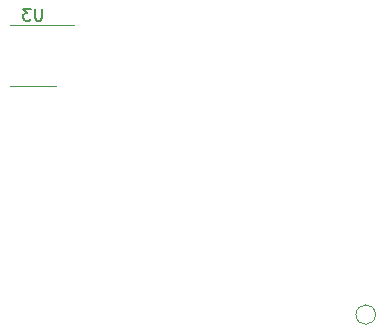
<source format=gbr>
G04 #@! TF.GenerationSoftware,KiCad,Pcbnew,5.1.4-e60b266~84~ubuntu18.04.1*
G04 #@! TF.CreationDate,2019-11-08T12:40:10-03:00*
G04 #@! TF.ProjectId,DriverConSensor,44726976-6572-4436-9f6e-53656e736f72,Ribelotta-Perren*
G04 #@! TF.SameCoordinates,Original*
G04 #@! TF.FileFunction,Legend,Bot*
G04 #@! TF.FilePolarity,Positive*
%FSLAX46Y46*%
G04 Gerber Fmt 4.6, Leading zero omitted, Abs format (unit mm)*
G04 Created by KiCad (PCBNEW 5.1.4-e60b266~84~ubuntu18.04.1) date 2019-11-08 12:40:10*
%MOMM*%
%LPD*%
G04 APERTURE LIST*
%ADD10C,0.120000*%
%ADD11C,0.150000*%
G04 APERTURE END LIST*
D10*
X157824621Y-121600000D02*
G75*
G03X157824621Y-121600000I-824621J0D01*
G01*
X128825000Y-102210000D02*
X126875000Y-102210000D01*
X128825000Y-102210000D02*
X130775000Y-102210000D01*
X128825000Y-97090000D02*
X126875000Y-97090000D01*
X128825000Y-97090000D02*
X132275000Y-97090000D01*
D11*
X129586904Y-95702380D02*
X129586904Y-96511904D01*
X129539285Y-96607142D01*
X129491666Y-96654761D01*
X129396428Y-96702380D01*
X129205952Y-96702380D01*
X129110714Y-96654761D01*
X129063095Y-96607142D01*
X129015476Y-96511904D01*
X129015476Y-95702380D01*
X128634523Y-95702380D02*
X128015476Y-95702380D01*
X128348809Y-96083333D01*
X128205952Y-96083333D01*
X128110714Y-96130952D01*
X128063095Y-96178571D01*
X128015476Y-96273809D01*
X128015476Y-96511904D01*
X128063095Y-96607142D01*
X128110714Y-96654761D01*
X128205952Y-96702380D01*
X128491666Y-96702380D01*
X128586904Y-96654761D01*
X128634523Y-96607142D01*
M02*

</source>
